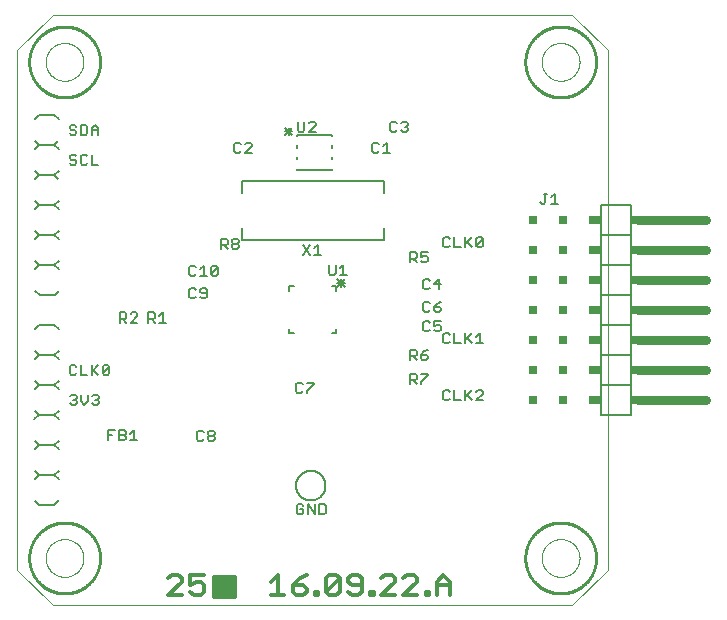
<source format=gto>
G75*
%MOIN*%
%OFA0B0*%
%FSLAX25Y25*%
%IPPOS*%
%LPD*%
%AMOC8*
5,1,8,0,0,1.08239X$1,22.5*
%
%ADD10C,0.01200*%
%ADD11C,0.01600*%
%ADD12C,0.00600*%
%ADD13C,0.00500*%
%ADD14C,0.00800*%
%ADD15C,0.00000*%
%ADD16C,0.01000*%
%ADD17C,0.03000*%
%ADD18R,0.02000X0.03000*%
%ADD19R,0.04000X0.03000*%
%ADD20R,0.03000X0.03000*%
D10*
X0066300Y0024300D02*
X0070837Y0028837D01*
X0070837Y0029972D01*
X0069703Y0031106D01*
X0067434Y0031106D01*
X0066300Y0029972D01*
X0066300Y0024300D02*
X0070837Y0024300D01*
X0073666Y0025434D02*
X0074801Y0024300D01*
X0077069Y0024300D01*
X0078203Y0025434D01*
X0078203Y0027703D01*
X0077069Y0028837D01*
X0075935Y0028837D01*
X0073666Y0027703D01*
X0073666Y0031106D01*
X0078203Y0031106D01*
X0100493Y0028837D02*
X0102762Y0031106D01*
X0102762Y0024300D01*
X0105030Y0024300D02*
X0100493Y0024300D01*
X0107860Y0025434D02*
X0108994Y0024300D01*
X0111262Y0024300D01*
X0112397Y0025434D01*
X0112397Y0026569D01*
X0111262Y0027703D01*
X0107860Y0027703D01*
X0107860Y0025434D01*
X0107860Y0027703D02*
X0110128Y0029972D01*
X0112397Y0031106D01*
X0118909Y0029972D02*
X0120043Y0031106D01*
X0122312Y0031106D01*
X0123446Y0029972D01*
X0118909Y0025434D01*
X0120043Y0024300D01*
X0122312Y0024300D01*
X0123446Y0025434D01*
X0123446Y0029972D01*
X0126275Y0029972D02*
X0126275Y0028837D01*
X0127410Y0027703D01*
X0130812Y0027703D01*
X0130812Y0025434D02*
X0130812Y0029972D01*
X0129678Y0031106D01*
X0127410Y0031106D01*
X0126275Y0029972D01*
X0126275Y0025434D02*
X0127410Y0024300D01*
X0129678Y0024300D01*
X0130812Y0025434D01*
X0133642Y0025434D02*
X0134776Y0025434D01*
X0134776Y0024300D01*
X0133642Y0024300D01*
X0133642Y0025434D01*
X0137325Y0024300D02*
X0141862Y0028837D01*
X0141862Y0029972D01*
X0140728Y0031106D01*
X0138459Y0031106D01*
X0137325Y0029972D01*
X0137325Y0024300D02*
X0141862Y0024300D01*
X0144691Y0024300D02*
X0149228Y0028837D01*
X0149228Y0029972D01*
X0148094Y0031106D01*
X0145825Y0031106D01*
X0144691Y0029972D01*
X0144691Y0024300D02*
X0149228Y0024300D01*
X0152057Y0024300D02*
X0153192Y0024300D01*
X0153192Y0025434D01*
X0152057Y0025434D01*
X0152057Y0024300D01*
X0155740Y0024300D02*
X0155740Y0028837D01*
X0158009Y0031106D01*
X0160278Y0028837D01*
X0160278Y0024300D01*
X0160278Y0027703D02*
X0155740Y0027703D01*
X0118909Y0025434D02*
X0118909Y0029972D01*
X0116360Y0025434D02*
X0116360Y0024300D01*
X0115226Y0024300D01*
X0115226Y0025434D01*
X0116360Y0025434D01*
D11*
X0088100Y0025796D02*
X0081500Y0025796D01*
X0081500Y0027394D02*
X0088100Y0027394D01*
X0088100Y0028993D02*
X0081500Y0028993D01*
X0081500Y0030400D02*
X0088100Y0030400D01*
X0088100Y0024000D01*
X0081500Y0024000D01*
X0081500Y0030400D01*
X0081500Y0024197D02*
X0088100Y0024197D01*
D12*
X0109684Y0051253D02*
X0110818Y0051253D01*
X0111385Y0051820D01*
X0111385Y0052954D01*
X0110251Y0052954D01*
X0109117Y0051820D02*
X0109117Y0054089D01*
X0109684Y0054656D01*
X0110818Y0054656D01*
X0111385Y0054089D01*
X0112800Y0054656D02*
X0112800Y0051253D01*
X0115068Y0051253D02*
X0115068Y0054656D01*
X0116483Y0054656D02*
X0118184Y0054656D01*
X0118751Y0054089D01*
X0118751Y0051820D01*
X0118184Y0051253D01*
X0116483Y0051253D01*
X0116483Y0054656D01*
X0112800Y0054656D02*
X0115068Y0051253D01*
X0109684Y0051253D02*
X0109117Y0051820D01*
X0108879Y0060900D02*
X0108881Y0061040D01*
X0108887Y0061180D01*
X0108897Y0061319D01*
X0108911Y0061458D01*
X0108929Y0061597D01*
X0108950Y0061735D01*
X0108976Y0061873D01*
X0109006Y0062010D01*
X0109039Y0062145D01*
X0109077Y0062280D01*
X0109118Y0062414D01*
X0109163Y0062547D01*
X0109211Y0062678D01*
X0109264Y0062807D01*
X0109320Y0062936D01*
X0109379Y0063062D01*
X0109443Y0063187D01*
X0109509Y0063310D01*
X0109580Y0063431D01*
X0109653Y0063550D01*
X0109730Y0063667D01*
X0109811Y0063781D01*
X0109894Y0063893D01*
X0109981Y0064003D01*
X0110071Y0064111D01*
X0110163Y0064215D01*
X0110259Y0064317D01*
X0110358Y0064417D01*
X0110459Y0064513D01*
X0110563Y0064607D01*
X0110670Y0064697D01*
X0110779Y0064784D01*
X0110891Y0064869D01*
X0111005Y0064950D01*
X0111121Y0065028D01*
X0111239Y0065102D01*
X0111360Y0065173D01*
X0111482Y0065241D01*
X0111607Y0065305D01*
X0111733Y0065366D01*
X0111860Y0065423D01*
X0111990Y0065476D01*
X0112121Y0065526D01*
X0112253Y0065571D01*
X0112386Y0065614D01*
X0112521Y0065652D01*
X0112656Y0065686D01*
X0112793Y0065717D01*
X0112930Y0065744D01*
X0113068Y0065766D01*
X0113207Y0065785D01*
X0113346Y0065800D01*
X0113485Y0065811D01*
X0113625Y0065818D01*
X0113765Y0065821D01*
X0113905Y0065820D01*
X0114045Y0065815D01*
X0114184Y0065806D01*
X0114324Y0065793D01*
X0114463Y0065776D01*
X0114601Y0065755D01*
X0114739Y0065731D01*
X0114876Y0065702D01*
X0115012Y0065670D01*
X0115147Y0065633D01*
X0115281Y0065593D01*
X0115414Y0065549D01*
X0115545Y0065501D01*
X0115675Y0065450D01*
X0115804Y0065395D01*
X0115931Y0065336D01*
X0116056Y0065273D01*
X0116179Y0065208D01*
X0116301Y0065138D01*
X0116420Y0065065D01*
X0116538Y0064989D01*
X0116653Y0064910D01*
X0116766Y0064827D01*
X0116876Y0064741D01*
X0116984Y0064652D01*
X0117089Y0064560D01*
X0117192Y0064465D01*
X0117292Y0064367D01*
X0117389Y0064267D01*
X0117483Y0064163D01*
X0117575Y0064057D01*
X0117663Y0063949D01*
X0117748Y0063838D01*
X0117830Y0063724D01*
X0117909Y0063608D01*
X0117984Y0063491D01*
X0118056Y0063371D01*
X0118124Y0063249D01*
X0118189Y0063125D01*
X0118251Y0062999D01*
X0118309Y0062872D01*
X0118363Y0062743D01*
X0118414Y0062612D01*
X0118460Y0062480D01*
X0118503Y0062347D01*
X0118543Y0062213D01*
X0118578Y0062078D01*
X0118610Y0061941D01*
X0118637Y0061804D01*
X0118661Y0061666D01*
X0118681Y0061528D01*
X0118697Y0061389D01*
X0118709Y0061249D01*
X0118717Y0061110D01*
X0118721Y0060970D01*
X0118721Y0060830D01*
X0118717Y0060690D01*
X0118709Y0060551D01*
X0118697Y0060411D01*
X0118681Y0060272D01*
X0118661Y0060134D01*
X0118637Y0059996D01*
X0118610Y0059859D01*
X0118578Y0059722D01*
X0118543Y0059587D01*
X0118503Y0059453D01*
X0118460Y0059320D01*
X0118414Y0059188D01*
X0118363Y0059057D01*
X0118309Y0058928D01*
X0118251Y0058801D01*
X0118189Y0058675D01*
X0118124Y0058551D01*
X0118056Y0058429D01*
X0117984Y0058309D01*
X0117909Y0058192D01*
X0117830Y0058076D01*
X0117748Y0057962D01*
X0117663Y0057851D01*
X0117575Y0057743D01*
X0117483Y0057637D01*
X0117389Y0057533D01*
X0117292Y0057433D01*
X0117192Y0057335D01*
X0117089Y0057240D01*
X0116984Y0057148D01*
X0116876Y0057059D01*
X0116766Y0056973D01*
X0116653Y0056890D01*
X0116538Y0056811D01*
X0116420Y0056735D01*
X0116301Y0056662D01*
X0116179Y0056592D01*
X0116056Y0056527D01*
X0115931Y0056464D01*
X0115804Y0056405D01*
X0115675Y0056350D01*
X0115545Y0056299D01*
X0115414Y0056251D01*
X0115281Y0056207D01*
X0115147Y0056167D01*
X0115012Y0056130D01*
X0114876Y0056098D01*
X0114739Y0056069D01*
X0114601Y0056045D01*
X0114463Y0056024D01*
X0114324Y0056007D01*
X0114184Y0055994D01*
X0114045Y0055985D01*
X0113905Y0055980D01*
X0113765Y0055979D01*
X0113625Y0055982D01*
X0113485Y0055989D01*
X0113346Y0056000D01*
X0113207Y0056015D01*
X0113068Y0056034D01*
X0112930Y0056056D01*
X0112793Y0056083D01*
X0112656Y0056114D01*
X0112521Y0056148D01*
X0112386Y0056186D01*
X0112253Y0056229D01*
X0112121Y0056274D01*
X0111990Y0056324D01*
X0111860Y0056377D01*
X0111733Y0056434D01*
X0111607Y0056495D01*
X0111482Y0056559D01*
X0111360Y0056627D01*
X0111239Y0056698D01*
X0111121Y0056772D01*
X0111005Y0056850D01*
X0110891Y0056931D01*
X0110779Y0057016D01*
X0110670Y0057103D01*
X0110563Y0057193D01*
X0110459Y0057287D01*
X0110358Y0057383D01*
X0110259Y0057483D01*
X0110163Y0057585D01*
X0110071Y0057689D01*
X0109981Y0057797D01*
X0109894Y0057907D01*
X0109811Y0058019D01*
X0109730Y0058133D01*
X0109653Y0058250D01*
X0109580Y0058369D01*
X0109509Y0058490D01*
X0109443Y0058613D01*
X0109379Y0058738D01*
X0109320Y0058864D01*
X0109264Y0058993D01*
X0109211Y0059122D01*
X0109163Y0059253D01*
X0109118Y0059386D01*
X0109077Y0059520D01*
X0109039Y0059655D01*
X0109006Y0059790D01*
X0108976Y0059927D01*
X0108950Y0060065D01*
X0108929Y0060203D01*
X0108911Y0060342D01*
X0108897Y0060481D01*
X0108887Y0060620D01*
X0108881Y0060760D01*
X0108879Y0060900D01*
X0081752Y0076367D02*
X0081185Y0075800D01*
X0080050Y0075800D01*
X0079483Y0076367D01*
X0079483Y0076934D01*
X0080050Y0077501D01*
X0081185Y0077501D01*
X0081752Y0076934D01*
X0081752Y0076367D01*
X0081185Y0077501D02*
X0081752Y0078069D01*
X0081752Y0078636D01*
X0081185Y0079203D01*
X0080050Y0079203D01*
X0079483Y0078636D01*
X0079483Y0078069D01*
X0080050Y0077501D01*
X0078069Y0076367D02*
X0077501Y0075800D01*
X0076367Y0075800D01*
X0075800Y0076367D01*
X0075800Y0078636D01*
X0076367Y0079203D01*
X0077501Y0079203D01*
X0078069Y0078636D01*
X0055951Y0075953D02*
X0053683Y0075953D01*
X0054817Y0075953D02*
X0054817Y0079356D01*
X0053683Y0078221D01*
X0052268Y0078221D02*
X0051701Y0077654D01*
X0050000Y0077654D01*
X0051701Y0077654D02*
X0052268Y0077087D01*
X0052268Y0076520D01*
X0051701Y0075953D01*
X0050000Y0075953D01*
X0050000Y0079356D01*
X0051701Y0079356D01*
X0052268Y0078789D01*
X0052268Y0078221D01*
X0048585Y0079356D02*
X0046317Y0079356D01*
X0046317Y0075953D01*
X0046317Y0077654D02*
X0047451Y0077654D01*
X0042568Y0087800D02*
X0041433Y0087800D01*
X0040866Y0088367D01*
X0039452Y0088934D02*
X0039452Y0091203D01*
X0040866Y0090636D02*
X0041433Y0091203D01*
X0042568Y0091203D01*
X0043135Y0090636D01*
X0043135Y0090069D01*
X0042568Y0089501D01*
X0043135Y0088934D01*
X0043135Y0088367D01*
X0042568Y0087800D01*
X0042568Y0089501D02*
X0042001Y0089501D01*
X0039452Y0088934D02*
X0038317Y0087800D01*
X0037183Y0088934D01*
X0037183Y0091203D01*
X0035769Y0090636D02*
X0035769Y0090069D01*
X0035201Y0089501D01*
X0035769Y0088934D01*
X0035769Y0088367D01*
X0035201Y0087800D01*
X0034067Y0087800D01*
X0033500Y0088367D01*
X0034634Y0089501D02*
X0035201Y0089501D01*
X0035769Y0090636D02*
X0035201Y0091203D01*
X0034067Y0091203D01*
X0033500Y0090636D01*
X0029843Y0093025D02*
X0028343Y0094425D01*
X0029843Y0095825D01*
X0028343Y0094425D02*
X0023343Y0094425D01*
X0021743Y0095825D01*
X0023343Y0094425D02*
X0021743Y0093025D01*
X0021943Y0085825D02*
X0023343Y0084425D01*
X0028343Y0084425D01*
X0029843Y0085825D01*
X0028343Y0084425D02*
X0029843Y0083025D01*
X0023343Y0084425D02*
X0021643Y0083025D01*
X0021843Y0075825D02*
X0023343Y0074425D01*
X0028343Y0074425D01*
X0029843Y0073025D01*
X0028343Y0074425D02*
X0029943Y0075825D01*
X0023343Y0074425D02*
X0021843Y0073025D01*
X0021943Y0065825D02*
X0023343Y0064425D01*
X0028343Y0064425D01*
X0029843Y0065825D01*
X0028343Y0064425D02*
X0029843Y0063025D01*
X0023343Y0064425D02*
X0021843Y0063025D01*
X0021843Y0055825D02*
X0023343Y0054425D01*
X0028343Y0054425D01*
X0030043Y0055925D01*
X0033967Y0097700D02*
X0035101Y0097700D01*
X0035669Y0098267D01*
X0037083Y0097700D02*
X0039352Y0097700D01*
X0040766Y0097700D02*
X0040766Y0101103D01*
X0041333Y0099401D02*
X0043035Y0097700D01*
X0044449Y0098267D02*
X0046718Y0100536D01*
X0046718Y0098267D01*
X0046151Y0097700D01*
X0045017Y0097700D01*
X0044449Y0098267D01*
X0044449Y0100536D01*
X0045017Y0101103D01*
X0046151Y0101103D01*
X0046718Y0100536D01*
X0043035Y0101103D02*
X0040766Y0098834D01*
X0037083Y0097700D02*
X0037083Y0101103D01*
X0035669Y0100536D02*
X0035101Y0101103D01*
X0033967Y0101103D01*
X0033400Y0100536D01*
X0033400Y0098267D01*
X0033967Y0097700D01*
X0029843Y0103025D02*
X0028343Y0104425D01*
X0023343Y0104425D01*
X0021743Y0103025D01*
X0023343Y0104425D02*
X0021843Y0105825D01*
X0028343Y0104425D02*
X0029843Y0105825D01*
X0029743Y0113025D02*
X0028343Y0114425D01*
X0023343Y0114425D01*
X0021843Y0113025D01*
X0023425Y0124425D02*
X0028425Y0124425D01*
X0029743Y0125825D01*
X0023425Y0124425D02*
X0021843Y0125825D01*
X0021843Y0133025D02*
X0023343Y0134425D01*
X0022043Y0135725D01*
X0023343Y0134425D02*
X0028343Y0134425D01*
X0029743Y0135825D01*
X0028343Y0134425D02*
X0029743Y0133025D01*
X0029743Y0143025D02*
X0028343Y0144425D01*
X0023343Y0144425D01*
X0021843Y0143025D01*
X0023343Y0144425D02*
X0021943Y0145825D01*
X0028343Y0144425D02*
X0029743Y0145825D01*
X0029743Y0153025D02*
X0028343Y0154425D01*
X0029743Y0155825D01*
X0028343Y0154425D02*
X0023343Y0154425D01*
X0022043Y0155725D01*
X0023343Y0154425D02*
X0021843Y0153025D01*
X0022043Y0163125D02*
X0023343Y0164425D01*
X0021943Y0165825D01*
X0023343Y0164425D02*
X0028343Y0164425D01*
X0029743Y0165825D01*
X0028343Y0164425D02*
X0029643Y0163125D01*
X0033967Y0167800D02*
X0033400Y0168367D01*
X0033967Y0167800D02*
X0035101Y0167800D01*
X0035669Y0168367D01*
X0035669Y0168934D01*
X0035101Y0169501D01*
X0033967Y0169501D01*
X0033400Y0170069D01*
X0033400Y0170636D01*
X0033967Y0171203D01*
X0035101Y0171203D01*
X0035669Y0170636D01*
X0037083Y0170636D02*
X0037083Y0168367D01*
X0037650Y0167800D01*
X0038785Y0167800D01*
X0039352Y0168367D01*
X0040766Y0167800D02*
X0040766Y0171203D01*
X0039352Y0170636D02*
X0038785Y0171203D01*
X0037650Y0171203D01*
X0037083Y0170636D01*
X0040766Y0167800D02*
X0043035Y0167800D01*
X0043035Y0177700D02*
X0043035Y0179969D01*
X0041901Y0181103D01*
X0040766Y0179969D01*
X0040766Y0177700D01*
X0039352Y0178267D02*
X0039352Y0180536D01*
X0038785Y0181103D01*
X0037083Y0181103D01*
X0037083Y0177700D01*
X0038785Y0177700D01*
X0039352Y0178267D01*
X0040766Y0179401D02*
X0043035Y0179401D01*
X0035669Y0178834D02*
X0035669Y0178267D01*
X0035101Y0177700D01*
X0033967Y0177700D01*
X0033400Y0178267D01*
X0033967Y0179401D02*
X0035101Y0179401D01*
X0035669Y0178834D01*
X0035669Y0180536D02*
X0035101Y0181103D01*
X0033967Y0181103D01*
X0033400Y0180536D01*
X0033400Y0179969D01*
X0033967Y0179401D01*
X0029743Y0183025D02*
X0028343Y0184425D01*
X0023343Y0184425D01*
X0021843Y0183025D01*
X0021843Y0175825D02*
X0023343Y0174425D01*
X0028343Y0174425D01*
X0029643Y0175725D01*
X0028343Y0174425D02*
X0029743Y0173025D01*
X0023343Y0174425D02*
X0021943Y0173125D01*
X0073300Y0133636D02*
X0073300Y0131367D01*
X0073867Y0130800D01*
X0075001Y0130800D01*
X0075569Y0131367D01*
X0076983Y0130800D02*
X0079252Y0130800D01*
X0078117Y0130800D02*
X0078117Y0134203D01*
X0076983Y0133069D01*
X0075569Y0133636D02*
X0075001Y0134203D01*
X0073867Y0134203D01*
X0073300Y0133636D01*
X0073867Y0126703D02*
X0073300Y0126136D01*
X0073300Y0123867D01*
X0073867Y0123300D01*
X0075001Y0123300D01*
X0075569Y0123867D01*
X0076983Y0123867D02*
X0077550Y0123300D01*
X0078685Y0123300D01*
X0079252Y0123867D01*
X0079252Y0126136D01*
X0078685Y0126703D01*
X0077550Y0126703D01*
X0076983Y0126136D01*
X0076983Y0125569D01*
X0077550Y0125001D01*
X0079252Y0125001D01*
X0075569Y0126136D02*
X0075001Y0126703D01*
X0073867Y0126703D01*
X0080666Y0131367D02*
X0080666Y0133636D01*
X0081233Y0134203D01*
X0082368Y0134203D01*
X0082935Y0133636D01*
X0080666Y0131367D01*
X0081233Y0130800D01*
X0082368Y0130800D01*
X0082935Y0131367D01*
X0082935Y0133636D01*
X0083800Y0139800D02*
X0083800Y0143203D01*
X0085501Y0143203D01*
X0086069Y0142636D01*
X0086069Y0141501D01*
X0085501Y0140934D01*
X0083800Y0140934D01*
X0084934Y0140934D02*
X0086069Y0139800D01*
X0087483Y0140367D02*
X0087483Y0140934D01*
X0088050Y0141501D01*
X0089185Y0141501D01*
X0089752Y0140934D01*
X0089752Y0140367D01*
X0089185Y0139800D01*
X0088050Y0139800D01*
X0087483Y0140367D01*
X0088050Y0141501D02*
X0087483Y0142069D01*
X0087483Y0142636D01*
X0088050Y0143203D01*
X0089185Y0143203D01*
X0089752Y0142636D01*
X0089752Y0142069D01*
X0089185Y0141501D01*
X0090878Y0142657D02*
X0090878Y0146594D01*
X0090878Y0142657D02*
X0138122Y0142657D01*
X0138122Y0146594D01*
X0146800Y0138703D02*
X0148501Y0138703D01*
X0149069Y0138136D01*
X0149069Y0137001D01*
X0148501Y0136434D01*
X0146800Y0136434D01*
X0146800Y0135300D02*
X0146800Y0138703D01*
X0147934Y0136434D02*
X0149069Y0135300D01*
X0150483Y0135867D02*
X0151050Y0135300D01*
X0152185Y0135300D01*
X0152752Y0135867D01*
X0152752Y0137001D01*
X0152185Y0137569D01*
X0151617Y0137569D01*
X0150483Y0137001D01*
X0150483Y0138703D01*
X0152752Y0138703D01*
X0157900Y0140867D02*
X0157900Y0143136D01*
X0158467Y0143703D01*
X0159601Y0143703D01*
X0160169Y0143136D01*
X0161583Y0143703D02*
X0161583Y0140300D01*
X0163852Y0140300D01*
X0165266Y0140300D02*
X0165266Y0143703D01*
X0165833Y0142001D02*
X0167535Y0140300D01*
X0168949Y0140867D02*
X0168949Y0143136D01*
X0169517Y0143703D01*
X0170651Y0143703D01*
X0171218Y0143136D01*
X0168949Y0140867D01*
X0169517Y0140300D01*
X0170651Y0140300D01*
X0171218Y0140867D01*
X0171218Y0143136D01*
X0167535Y0143703D02*
X0165266Y0141434D01*
X0160169Y0140867D02*
X0159601Y0140300D01*
X0158467Y0140300D01*
X0157900Y0140867D01*
X0156685Y0129703D02*
X0154983Y0128001D01*
X0157252Y0128001D01*
X0156685Y0126300D02*
X0156685Y0129703D01*
X0153569Y0129136D02*
X0153001Y0129703D01*
X0151867Y0129703D01*
X0151300Y0129136D01*
X0151300Y0126867D01*
X0151867Y0126300D01*
X0153001Y0126300D01*
X0153569Y0126867D01*
X0153001Y0122203D02*
X0151867Y0122203D01*
X0151300Y0121636D01*
X0151300Y0119367D01*
X0151867Y0118800D01*
X0153001Y0118800D01*
X0153569Y0119367D01*
X0154983Y0119367D02*
X0154983Y0120501D01*
X0156685Y0120501D01*
X0157252Y0119934D01*
X0157252Y0119367D01*
X0156685Y0118800D01*
X0155550Y0118800D01*
X0154983Y0119367D01*
X0154983Y0120501D02*
X0156117Y0121636D01*
X0157252Y0122203D01*
X0153569Y0121636D02*
X0153001Y0122203D01*
X0153001Y0115703D02*
X0151867Y0115703D01*
X0151300Y0115136D01*
X0151300Y0112867D01*
X0151867Y0112300D01*
X0153001Y0112300D01*
X0153569Y0112867D01*
X0154983Y0112867D02*
X0155550Y0112300D01*
X0156685Y0112300D01*
X0157252Y0112867D01*
X0157252Y0114001D01*
X0156685Y0114569D01*
X0156117Y0114569D01*
X0154983Y0114001D01*
X0154983Y0115703D01*
X0157252Y0115703D01*
X0153569Y0115136D02*
X0153001Y0115703D01*
X0157900Y0111136D02*
X0157900Y0108867D01*
X0158467Y0108300D01*
X0159601Y0108300D01*
X0160169Y0108867D01*
X0161583Y0108300D02*
X0163852Y0108300D01*
X0165266Y0108300D02*
X0165266Y0111703D01*
X0165833Y0110001D02*
X0167535Y0108300D01*
X0168949Y0108300D02*
X0171218Y0108300D01*
X0170084Y0108300D02*
X0170084Y0111703D01*
X0168949Y0110569D01*
X0167535Y0111703D02*
X0165266Y0109434D01*
X0161583Y0108300D02*
X0161583Y0111703D01*
X0160169Y0111136D02*
X0159601Y0111703D01*
X0158467Y0111703D01*
X0157900Y0111136D01*
X0152752Y0106203D02*
X0151617Y0105636D01*
X0150483Y0104501D01*
X0152185Y0104501D01*
X0152752Y0103934D01*
X0152752Y0103367D01*
X0152185Y0102800D01*
X0151050Y0102800D01*
X0150483Y0103367D01*
X0150483Y0104501D01*
X0149069Y0104501D02*
X0148501Y0103934D01*
X0146800Y0103934D01*
X0146800Y0102800D02*
X0146800Y0106203D01*
X0148501Y0106203D01*
X0149069Y0105636D01*
X0149069Y0104501D01*
X0147934Y0103934D02*
X0149069Y0102800D01*
X0148501Y0098203D02*
X0149069Y0097636D01*
X0149069Y0096501D01*
X0148501Y0095934D01*
X0146800Y0095934D01*
X0146800Y0094800D02*
X0146800Y0098203D01*
X0148501Y0098203D01*
X0150483Y0098203D02*
X0152752Y0098203D01*
X0152752Y0097636D01*
X0150483Y0095367D01*
X0150483Y0094800D01*
X0149069Y0094800D02*
X0147934Y0095934D01*
X0157900Y0092136D02*
X0157900Y0089867D01*
X0158467Y0089300D01*
X0159601Y0089300D01*
X0160169Y0089867D01*
X0161583Y0089300D02*
X0163852Y0089300D01*
X0165266Y0089300D02*
X0165266Y0092703D01*
X0165833Y0091001D02*
X0167535Y0089300D01*
X0168949Y0089300D02*
X0171218Y0091569D01*
X0171218Y0092136D01*
X0170651Y0092703D01*
X0169517Y0092703D01*
X0168949Y0092136D01*
X0167535Y0092703D02*
X0165266Y0090434D01*
X0161583Y0089300D02*
X0161583Y0092703D01*
X0160169Y0092136D02*
X0159601Y0092703D01*
X0158467Y0092703D01*
X0157900Y0092136D01*
X0168949Y0089300D02*
X0171218Y0089300D01*
X0210469Y0084425D02*
X0220469Y0084425D01*
X0220469Y0094425D01*
X0220469Y0104425D01*
X0220469Y0114425D01*
X0220469Y0124425D01*
X0220469Y0134425D01*
X0220469Y0144425D01*
X0220469Y0154425D01*
X0210469Y0154425D01*
X0210469Y0144425D01*
X0210469Y0134425D01*
X0210469Y0124425D01*
X0210469Y0114425D01*
X0210469Y0104425D01*
X0210469Y0094425D01*
X0210469Y0084425D01*
X0210469Y0094425D02*
X0220469Y0094425D01*
X0220469Y0104425D02*
X0210469Y0104425D01*
X0210469Y0114425D02*
X0220469Y0114425D01*
X0220469Y0124425D02*
X0210469Y0124425D01*
X0210469Y0134425D02*
X0220469Y0134425D01*
X0220469Y0144425D02*
X0210469Y0144425D01*
X0196220Y0154725D02*
X0193952Y0154725D01*
X0195086Y0154725D02*
X0195086Y0158128D01*
X0193952Y0156994D01*
X0192537Y0158128D02*
X0191403Y0158128D01*
X0191970Y0158128D02*
X0191970Y0155292D01*
X0191403Y0154725D01*
X0190836Y0154725D01*
X0190269Y0155292D01*
X0146252Y0179367D02*
X0145685Y0178800D01*
X0144550Y0178800D01*
X0143983Y0179367D01*
X0142569Y0179367D02*
X0142001Y0178800D01*
X0140867Y0178800D01*
X0140300Y0179367D01*
X0140300Y0181636D01*
X0140867Y0182203D01*
X0142001Y0182203D01*
X0142569Y0181636D01*
X0143983Y0181636D02*
X0144550Y0182203D01*
X0145685Y0182203D01*
X0146252Y0181636D01*
X0146252Y0181069D01*
X0145685Y0180501D01*
X0146252Y0179934D01*
X0146252Y0179367D01*
X0145685Y0180501D02*
X0145117Y0180501D01*
X0139117Y0175203D02*
X0139117Y0171800D01*
X0137983Y0171800D02*
X0140252Y0171800D01*
X0137983Y0174069D02*
X0139117Y0175203D01*
X0136569Y0174636D02*
X0136001Y0175203D01*
X0134867Y0175203D01*
X0134300Y0174636D01*
X0134300Y0172367D01*
X0134867Y0171800D01*
X0136001Y0171800D01*
X0136569Y0172367D01*
X0138122Y0162343D02*
X0138122Y0158406D01*
X0138122Y0162343D02*
X0090878Y0162343D01*
X0090878Y0158406D01*
X0090001Y0171800D02*
X0088867Y0171800D01*
X0088300Y0172367D01*
X0088300Y0174636D01*
X0088867Y0175203D01*
X0090001Y0175203D01*
X0090569Y0174636D01*
X0091983Y0174636D02*
X0092550Y0175203D01*
X0093685Y0175203D01*
X0094252Y0174636D01*
X0094252Y0174069D01*
X0091983Y0171800D01*
X0094252Y0171800D01*
X0090569Y0172367D02*
X0090001Y0171800D01*
X0105261Y0177867D02*
X0107529Y0180136D01*
X0106395Y0180136D02*
X0106395Y0177867D01*
X0107529Y0177867D02*
X0105261Y0180136D01*
X0105261Y0179001D02*
X0107529Y0179001D01*
X0109442Y0179344D02*
X0110009Y0178776D01*
X0111143Y0178776D01*
X0111710Y0179344D01*
X0111710Y0182179D01*
X0113125Y0181612D02*
X0113692Y0182179D01*
X0114826Y0182179D01*
X0115393Y0181612D01*
X0115393Y0181045D01*
X0113125Y0178776D01*
X0115393Y0178776D01*
X0109442Y0179344D02*
X0109442Y0182179D01*
X0111300Y0141203D02*
X0113569Y0137800D01*
X0114983Y0137800D02*
X0117252Y0137800D01*
X0116117Y0137800D02*
X0116117Y0141203D01*
X0114983Y0140069D01*
X0113569Y0141203D02*
X0111300Y0137800D01*
X0119820Y0134514D02*
X0119820Y0131678D01*
X0120387Y0131111D01*
X0121521Y0131111D01*
X0122088Y0131678D01*
X0122088Y0134514D01*
X0123503Y0133380D02*
X0124637Y0134514D01*
X0124637Y0131111D01*
X0123503Y0131111D02*
X0125771Y0131111D01*
X0114752Y0095203D02*
X0112483Y0095203D01*
X0111069Y0094636D02*
X0110501Y0095203D01*
X0109367Y0095203D01*
X0108800Y0094636D01*
X0108800Y0092367D01*
X0109367Y0091800D01*
X0110501Y0091800D01*
X0111069Y0092367D01*
X0112483Y0092367D02*
X0112483Y0091800D01*
X0112483Y0092367D02*
X0114752Y0094636D01*
X0114752Y0095203D01*
X0065552Y0115200D02*
X0063283Y0115200D01*
X0064417Y0115200D02*
X0064417Y0118603D01*
X0063283Y0117469D01*
X0061869Y0118036D02*
X0061869Y0116901D01*
X0061301Y0116334D01*
X0059600Y0116334D01*
X0059600Y0115200D02*
X0059600Y0118603D01*
X0061301Y0118603D01*
X0061869Y0118036D01*
X0060734Y0116334D02*
X0061869Y0115200D01*
X0056052Y0115200D02*
X0053783Y0115200D01*
X0056052Y0117469D01*
X0056052Y0118036D01*
X0055485Y0118603D01*
X0054350Y0118603D01*
X0053783Y0118036D01*
X0052369Y0118036D02*
X0052369Y0116901D01*
X0051801Y0116334D01*
X0050100Y0116334D01*
X0050100Y0115200D02*
X0050100Y0118603D01*
X0051801Y0118603D01*
X0052369Y0118036D01*
X0051234Y0116334D02*
X0052369Y0115200D01*
D13*
X0106626Y0113201D02*
X0106626Y0111626D01*
X0108201Y0111626D01*
X0120799Y0111626D02*
X0122374Y0111626D01*
X0122374Y0113201D01*
X0122374Y0125799D02*
X0122374Y0127374D01*
X0120799Y0127374D01*
X0108201Y0127374D02*
X0106626Y0127374D01*
X0106626Y0125799D01*
X0109094Y0166094D02*
X0120906Y0166094D01*
X0120906Y0166488D01*
X0120906Y0169638D02*
X0120906Y0170425D01*
X0120906Y0173575D02*
X0120906Y0174362D01*
X0120906Y0177512D02*
X0120906Y0177906D01*
X0109094Y0177906D01*
X0109094Y0177512D01*
X0109094Y0174362D02*
X0109094Y0173575D01*
X0109094Y0170425D02*
X0109094Y0169638D01*
X0109094Y0166488D02*
X0109094Y0166094D01*
D14*
X0122501Y0129820D02*
X0125303Y0127018D01*
X0123902Y0127018D02*
X0123902Y0129820D01*
X0125303Y0129820D02*
X0122501Y0127018D01*
X0122501Y0128419D02*
X0125303Y0128419D01*
D15*
X0027811Y0021000D02*
X0016000Y0032811D01*
X0016000Y0206039D01*
X0027811Y0217850D01*
X0201039Y0217850D01*
X0212850Y0206039D01*
X0212850Y0032811D01*
X0201039Y0021000D01*
X0027811Y0021000D01*
X0025449Y0036748D02*
X0025451Y0036906D01*
X0025457Y0037064D01*
X0025467Y0037222D01*
X0025481Y0037380D01*
X0025499Y0037537D01*
X0025520Y0037694D01*
X0025546Y0037850D01*
X0025576Y0038006D01*
X0025609Y0038161D01*
X0025647Y0038314D01*
X0025688Y0038467D01*
X0025733Y0038619D01*
X0025782Y0038770D01*
X0025835Y0038919D01*
X0025891Y0039067D01*
X0025951Y0039213D01*
X0026015Y0039358D01*
X0026083Y0039501D01*
X0026154Y0039643D01*
X0026228Y0039783D01*
X0026306Y0039920D01*
X0026388Y0040056D01*
X0026472Y0040190D01*
X0026561Y0040321D01*
X0026652Y0040450D01*
X0026747Y0040577D01*
X0026844Y0040702D01*
X0026945Y0040824D01*
X0027049Y0040943D01*
X0027156Y0041060D01*
X0027266Y0041174D01*
X0027379Y0041285D01*
X0027494Y0041394D01*
X0027612Y0041499D01*
X0027733Y0041601D01*
X0027856Y0041701D01*
X0027982Y0041797D01*
X0028110Y0041890D01*
X0028240Y0041980D01*
X0028373Y0042066D01*
X0028508Y0042150D01*
X0028644Y0042229D01*
X0028783Y0042306D01*
X0028924Y0042378D01*
X0029066Y0042448D01*
X0029210Y0042513D01*
X0029356Y0042575D01*
X0029503Y0042633D01*
X0029652Y0042688D01*
X0029802Y0042739D01*
X0029953Y0042786D01*
X0030105Y0042829D01*
X0030258Y0042868D01*
X0030413Y0042904D01*
X0030568Y0042935D01*
X0030724Y0042963D01*
X0030880Y0042987D01*
X0031037Y0043007D01*
X0031195Y0043023D01*
X0031352Y0043035D01*
X0031511Y0043043D01*
X0031669Y0043047D01*
X0031827Y0043047D01*
X0031985Y0043043D01*
X0032144Y0043035D01*
X0032301Y0043023D01*
X0032459Y0043007D01*
X0032616Y0042987D01*
X0032772Y0042963D01*
X0032928Y0042935D01*
X0033083Y0042904D01*
X0033238Y0042868D01*
X0033391Y0042829D01*
X0033543Y0042786D01*
X0033694Y0042739D01*
X0033844Y0042688D01*
X0033993Y0042633D01*
X0034140Y0042575D01*
X0034286Y0042513D01*
X0034430Y0042448D01*
X0034572Y0042378D01*
X0034713Y0042306D01*
X0034852Y0042229D01*
X0034988Y0042150D01*
X0035123Y0042066D01*
X0035256Y0041980D01*
X0035386Y0041890D01*
X0035514Y0041797D01*
X0035640Y0041701D01*
X0035763Y0041601D01*
X0035884Y0041499D01*
X0036002Y0041394D01*
X0036117Y0041285D01*
X0036230Y0041174D01*
X0036340Y0041060D01*
X0036447Y0040943D01*
X0036551Y0040824D01*
X0036652Y0040702D01*
X0036749Y0040577D01*
X0036844Y0040450D01*
X0036935Y0040321D01*
X0037024Y0040190D01*
X0037108Y0040056D01*
X0037190Y0039920D01*
X0037268Y0039783D01*
X0037342Y0039643D01*
X0037413Y0039501D01*
X0037481Y0039358D01*
X0037545Y0039213D01*
X0037605Y0039067D01*
X0037661Y0038919D01*
X0037714Y0038770D01*
X0037763Y0038619D01*
X0037808Y0038467D01*
X0037849Y0038314D01*
X0037887Y0038161D01*
X0037920Y0038006D01*
X0037950Y0037850D01*
X0037976Y0037694D01*
X0037997Y0037537D01*
X0038015Y0037380D01*
X0038029Y0037222D01*
X0038039Y0037064D01*
X0038045Y0036906D01*
X0038047Y0036748D01*
X0038045Y0036590D01*
X0038039Y0036432D01*
X0038029Y0036274D01*
X0038015Y0036116D01*
X0037997Y0035959D01*
X0037976Y0035802D01*
X0037950Y0035646D01*
X0037920Y0035490D01*
X0037887Y0035335D01*
X0037849Y0035182D01*
X0037808Y0035029D01*
X0037763Y0034877D01*
X0037714Y0034726D01*
X0037661Y0034577D01*
X0037605Y0034429D01*
X0037545Y0034283D01*
X0037481Y0034138D01*
X0037413Y0033995D01*
X0037342Y0033853D01*
X0037268Y0033713D01*
X0037190Y0033576D01*
X0037108Y0033440D01*
X0037024Y0033306D01*
X0036935Y0033175D01*
X0036844Y0033046D01*
X0036749Y0032919D01*
X0036652Y0032794D01*
X0036551Y0032672D01*
X0036447Y0032553D01*
X0036340Y0032436D01*
X0036230Y0032322D01*
X0036117Y0032211D01*
X0036002Y0032102D01*
X0035884Y0031997D01*
X0035763Y0031895D01*
X0035640Y0031795D01*
X0035514Y0031699D01*
X0035386Y0031606D01*
X0035256Y0031516D01*
X0035123Y0031430D01*
X0034988Y0031346D01*
X0034852Y0031267D01*
X0034713Y0031190D01*
X0034572Y0031118D01*
X0034430Y0031048D01*
X0034286Y0030983D01*
X0034140Y0030921D01*
X0033993Y0030863D01*
X0033844Y0030808D01*
X0033694Y0030757D01*
X0033543Y0030710D01*
X0033391Y0030667D01*
X0033238Y0030628D01*
X0033083Y0030592D01*
X0032928Y0030561D01*
X0032772Y0030533D01*
X0032616Y0030509D01*
X0032459Y0030489D01*
X0032301Y0030473D01*
X0032144Y0030461D01*
X0031985Y0030453D01*
X0031827Y0030449D01*
X0031669Y0030449D01*
X0031511Y0030453D01*
X0031352Y0030461D01*
X0031195Y0030473D01*
X0031037Y0030489D01*
X0030880Y0030509D01*
X0030724Y0030533D01*
X0030568Y0030561D01*
X0030413Y0030592D01*
X0030258Y0030628D01*
X0030105Y0030667D01*
X0029953Y0030710D01*
X0029802Y0030757D01*
X0029652Y0030808D01*
X0029503Y0030863D01*
X0029356Y0030921D01*
X0029210Y0030983D01*
X0029066Y0031048D01*
X0028924Y0031118D01*
X0028783Y0031190D01*
X0028644Y0031267D01*
X0028508Y0031346D01*
X0028373Y0031430D01*
X0028240Y0031516D01*
X0028110Y0031606D01*
X0027982Y0031699D01*
X0027856Y0031795D01*
X0027733Y0031895D01*
X0027612Y0031997D01*
X0027494Y0032102D01*
X0027379Y0032211D01*
X0027266Y0032322D01*
X0027156Y0032436D01*
X0027049Y0032553D01*
X0026945Y0032672D01*
X0026844Y0032794D01*
X0026747Y0032919D01*
X0026652Y0033046D01*
X0026561Y0033175D01*
X0026472Y0033306D01*
X0026388Y0033440D01*
X0026306Y0033576D01*
X0026228Y0033713D01*
X0026154Y0033853D01*
X0026083Y0033995D01*
X0026015Y0034138D01*
X0025951Y0034283D01*
X0025891Y0034429D01*
X0025835Y0034577D01*
X0025782Y0034726D01*
X0025733Y0034877D01*
X0025688Y0035029D01*
X0025647Y0035182D01*
X0025609Y0035335D01*
X0025576Y0035490D01*
X0025546Y0035646D01*
X0025520Y0035802D01*
X0025499Y0035959D01*
X0025481Y0036116D01*
X0025467Y0036274D01*
X0025457Y0036432D01*
X0025451Y0036590D01*
X0025449Y0036748D01*
X0190803Y0036748D02*
X0190805Y0036906D01*
X0190811Y0037064D01*
X0190821Y0037222D01*
X0190835Y0037380D01*
X0190853Y0037537D01*
X0190874Y0037694D01*
X0190900Y0037850D01*
X0190930Y0038006D01*
X0190963Y0038161D01*
X0191001Y0038314D01*
X0191042Y0038467D01*
X0191087Y0038619D01*
X0191136Y0038770D01*
X0191189Y0038919D01*
X0191245Y0039067D01*
X0191305Y0039213D01*
X0191369Y0039358D01*
X0191437Y0039501D01*
X0191508Y0039643D01*
X0191582Y0039783D01*
X0191660Y0039920D01*
X0191742Y0040056D01*
X0191826Y0040190D01*
X0191915Y0040321D01*
X0192006Y0040450D01*
X0192101Y0040577D01*
X0192198Y0040702D01*
X0192299Y0040824D01*
X0192403Y0040943D01*
X0192510Y0041060D01*
X0192620Y0041174D01*
X0192733Y0041285D01*
X0192848Y0041394D01*
X0192966Y0041499D01*
X0193087Y0041601D01*
X0193210Y0041701D01*
X0193336Y0041797D01*
X0193464Y0041890D01*
X0193594Y0041980D01*
X0193727Y0042066D01*
X0193862Y0042150D01*
X0193998Y0042229D01*
X0194137Y0042306D01*
X0194278Y0042378D01*
X0194420Y0042448D01*
X0194564Y0042513D01*
X0194710Y0042575D01*
X0194857Y0042633D01*
X0195006Y0042688D01*
X0195156Y0042739D01*
X0195307Y0042786D01*
X0195459Y0042829D01*
X0195612Y0042868D01*
X0195767Y0042904D01*
X0195922Y0042935D01*
X0196078Y0042963D01*
X0196234Y0042987D01*
X0196391Y0043007D01*
X0196549Y0043023D01*
X0196706Y0043035D01*
X0196865Y0043043D01*
X0197023Y0043047D01*
X0197181Y0043047D01*
X0197339Y0043043D01*
X0197498Y0043035D01*
X0197655Y0043023D01*
X0197813Y0043007D01*
X0197970Y0042987D01*
X0198126Y0042963D01*
X0198282Y0042935D01*
X0198437Y0042904D01*
X0198592Y0042868D01*
X0198745Y0042829D01*
X0198897Y0042786D01*
X0199048Y0042739D01*
X0199198Y0042688D01*
X0199347Y0042633D01*
X0199494Y0042575D01*
X0199640Y0042513D01*
X0199784Y0042448D01*
X0199926Y0042378D01*
X0200067Y0042306D01*
X0200206Y0042229D01*
X0200342Y0042150D01*
X0200477Y0042066D01*
X0200610Y0041980D01*
X0200740Y0041890D01*
X0200868Y0041797D01*
X0200994Y0041701D01*
X0201117Y0041601D01*
X0201238Y0041499D01*
X0201356Y0041394D01*
X0201471Y0041285D01*
X0201584Y0041174D01*
X0201694Y0041060D01*
X0201801Y0040943D01*
X0201905Y0040824D01*
X0202006Y0040702D01*
X0202103Y0040577D01*
X0202198Y0040450D01*
X0202289Y0040321D01*
X0202378Y0040190D01*
X0202462Y0040056D01*
X0202544Y0039920D01*
X0202622Y0039783D01*
X0202696Y0039643D01*
X0202767Y0039501D01*
X0202835Y0039358D01*
X0202899Y0039213D01*
X0202959Y0039067D01*
X0203015Y0038919D01*
X0203068Y0038770D01*
X0203117Y0038619D01*
X0203162Y0038467D01*
X0203203Y0038314D01*
X0203241Y0038161D01*
X0203274Y0038006D01*
X0203304Y0037850D01*
X0203330Y0037694D01*
X0203351Y0037537D01*
X0203369Y0037380D01*
X0203383Y0037222D01*
X0203393Y0037064D01*
X0203399Y0036906D01*
X0203401Y0036748D01*
X0203399Y0036590D01*
X0203393Y0036432D01*
X0203383Y0036274D01*
X0203369Y0036116D01*
X0203351Y0035959D01*
X0203330Y0035802D01*
X0203304Y0035646D01*
X0203274Y0035490D01*
X0203241Y0035335D01*
X0203203Y0035182D01*
X0203162Y0035029D01*
X0203117Y0034877D01*
X0203068Y0034726D01*
X0203015Y0034577D01*
X0202959Y0034429D01*
X0202899Y0034283D01*
X0202835Y0034138D01*
X0202767Y0033995D01*
X0202696Y0033853D01*
X0202622Y0033713D01*
X0202544Y0033576D01*
X0202462Y0033440D01*
X0202378Y0033306D01*
X0202289Y0033175D01*
X0202198Y0033046D01*
X0202103Y0032919D01*
X0202006Y0032794D01*
X0201905Y0032672D01*
X0201801Y0032553D01*
X0201694Y0032436D01*
X0201584Y0032322D01*
X0201471Y0032211D01*
X0201356Y0032102D01*
X0201238Y0031997D01*
X0201117Y0031895D01*
X0200994Y0031795D01*
X0200868Y0031699D01*
X0200740Y0031606D01*
X0200610Y0031516D01*
X0200477Y0031430D01*
X0200342Y0031346D01*
X0200206Y0031267D01*
X0200067Y0031190D01*
X0199926Y0031118D01*
X0199784Y0031048D01*
X0199640Y0030983D01*
X0199494Y0030921D01*
X0199347Y0030863D01*
X0199198Y0030808D01*
X0199048Y0030757D01*
X0198897Y0030710D01*
X0198745Y0030667D01*
X0198592Y0030628D01*
X0198437Y0030592D01*
X0198282Y0030561D01*
X0198126Y0030533D01*
X0197970Y0030509D01*
X0197813Y0030489D01*
X0197655Y0030473D01*
X0197498Y0030461D01*
X0197339Y0030453D01*
X0197181Y0030449D01*
X0197023Y0030449D01*
X0196865Y0030453D01*
X0196706Y0030461D01*
X0196549Y0030473D01*
X0196391Y0030489D01*
X0196234Y0030509D01*
X0196078Y0030533D01*
X0195922Y0030561D01*
X0195767Y0030592D01*
X0195612Y0030628D01*
X0195459Y0030667D01*
X0195307Y0030710D01*
X0195156Y0030757D01*
X0195006Y0030808D01*
X0194857Y0030863D01*
X0194710Y0030921D01*
X0194564Y0030983D01*
X0194420Y0031048D01*
X0194278Y0031118D01*
X0194137Y0031190D01*
X0193998Y0031267D01*
X0193862Y0031346D01*
X0193727Y0031430D01*
X0193594Y0031516D01*
X0193464Y0031606D01*
X0193336Y0031699D01*
X0193210Y0031795D01*
X0193087Y0031895D01*
X0192966Y0031997D01*
X0192848Y0032102D01*
X0192733Y0032211D01*
X0192620Y0032322D01*
X0192510Y0032436D01*
X0192403Y0032553D01*
X0192299Y0032672D01*
X0192198Y0032794D01*
X0192101Y0032919D01*
X0192006Y0033046D01*
X0191915Y0033175D01*
X0191826Y0033306D01*
X0191742Y0033440D01*
X0191660Y0033576D01*
X0191582Y0033713D01*
X0191508Y0033853D01*
X0191437Y0033995D01*
X0191369Y0034138D01*
X0191305Y0034283D01*
X0191245Y0034429D01*
X0191189Y0034577D01*
X0191136Y0034726D01*
X0191087Y0034877D01*
X0191042Y0035029D01*
X0191001Y0035182D01*
X0190963Y0035335D01*
X0190930Y0035490D01*
X0190900Y0035646D01*
X0190874Y0035802D01*
X0190853Y0035959D01*
X0190835Y0036116D01*
X0190821Y0036274D01*
X0190811Y0036432D01*
X0190805Y0036590D01*
X0190803Y0036748D01*
X0190803Y0202102D02*
X0190805Y0202260D01*
X0190811Y0202418D01*
X0190821Y0202576D01*
X0190835Y0202734D01*
X0190853Y0202891D01*
X0190874Y0203048D01*
X0190900Y0203204D01*
X0190930Y0203360D01*
X0190963Y0203515D01*
X0191001Y0203668D01*
X0191042Y0203821D01*
X0191087Y0203973D01*
X0191136Y0204124D01*
X0191189Y0204273D01*
X0191245Y0204421D01*
X0191305Y0204567D01*
X0191369Y0204712D01*
X0191437Y0204855D01*
X0191508Y0204997D01*
X0191582Y0205137D01*
X0191660Y0205274D01*
X0191742Y0205410D01*
X0191826Y0205544D01*
X0191915Y0205675D01*
X0192006Y0205804D01*
X0192101Y0205931D01*
X0192198Y0206056D01*
X0192299Y0206178D01*
X0192403Y0206297D01*
X0192510Y0206414D01*
X0192620Y0206528D01*
X0192733Y0206639D01*
X0192848Y0206748D01*
X0192966Y0206853D01*
X0193087Y0206955D01*
X0193210Y0207055D01*
X0193336Y0207151D01*
X0193464Y0207244D01*
X0193594Y0207334D01*
X0193727Y0207420D01*
X0193862Y0207504D01*
X0193998Y0207583D01*
X0194137Y0207660D01*
X0194278Y0207732D01*
X0194420Y0207802D01*
X0194564Y0207867D01*
X0194710Y0207929D01*
X0194857Y0207987D01*
X0195006Y0208042D01*
X0195156Y0208093D01*
X0195307Y0208140D01*
X0195459Y0208183D01*
X0195612Y0208222D01*
X0195767Y0208258D01*
X0195922Y0208289D01*
X0196078Y0208317D01*
X0196234Y0208341D01*
X0196391Y0208361D01*
X0196549Y0208377D01*
X0196706Y0208389D01*
X0196865Y0208397D01*
X0197023Y0208401D01*
X0197181Y0208401D01*
X0197339Y0208397D01*
X0197498Y0208389D01*
X0197655Y0208377D01*
X0197813Y0208361D01*
X0197970Y0208341D01*
X0198126Y0208317D01*
X0198282Y0208289D01*
X0198437Y0208258D01*
X0198592Y0208222D01*
X0198745Y0208183D01*
X0198897Y0208140D01*
X0199048Y0208093D01*
X0199198Y0208042D01*
X0199347Y0207987D01*
X0199494Y0207929D01*
X0199640Y0207867D01*
X0199784Y0207802D01*
X0199926Y0207732D01*
X0200067Y0207660D01*
X0200206Y0207583D01*
X0200342Y0207504D01*
X0200477Y0207420D01*
X0200610Y0207334D01*
X0200740Y0207244D01*
X0200868Y0207151D01*
X0200994Y0207055D01*
X0201117Y0206955D01*
X0201238Y0206853D01*
X0201356Y0206748D01*
X0201471Y0206639D01*
X0201584Y0206528D01*
X0201694Y0206414D01*
X0201801Y0206297D01*
X0201905Y0206178D01*
X0202006Y0206056D01*
X0202103Y0205931D01*
X0202198Y0205804D01*
X0202289Y0205675D01*
X0202378Y0205544D01*
X0202462Y0205410D01*
X0202544Y0205274D01*
X0202622Y0205137D01*
X0202696Y0204997D01*
X0202767Y0204855D01*
X0202835Y0204712D01*
X0202899Y0204567D01*
X0202959Y0204421D01*
X0203015Y0204273D01*
X0203068Y0204124D01*
X0203117Y0203973D01*
X0203162Y0203821D01*
X0203203Y0203668D01*
X0203241Y0203515D01*
X0203274Y0203360D01*
X0203304Y0203204D01*
X0203330Y0203048D01*
X0203351Y0202891D01*
X0203369Y0202734D01*
X0203383Y0202576D01*
X0203393Y0202418D01*
X0203399Y0202260D01*
X0203401Y0202102D01*
X0203399Y0201944D01*
X0203393Y0201786D01*
X0203383Y0201628D01*
X0203369Y0201470D01*
X0203351Y0201313D01*
X0203330Y0201156D01*
X0203304Y0201000D01*
X0203274Y0200844D01*
X0203241Y0200689D01*
X0203203Y0200536D01*
X0203162Y0200383D01*
X0203117Y0200231D01*
X0203068Y0200080D01*
X0203015Y0199931D01*
X0202959Y0199783D01*
X0202899Y0199637D01*
X0202835Y0199492D01*
X0202767Y0199349D01*
X0202696Y0199207D01*
X0202622Y0199067D01*
X0202544Y0198930D01*
X0202462Y0198794D01*
X0202378Y0198660D01*
X0202289Y0198529D01*
X0202198Y0198400D01*
X0202103Y0198273D01*
X0202006Y0198148D01*
X0201905Y0198026D01*
X0201801Y0197907D01*
X0201694Y0197790D01*
X0201584Y0197676D01*
X0201471Y0197565D01*
X0201356Y0197456D01*
X0201238Y0197351D01*
X0201117Y0197249D01*
X0200994Y0197149D01*
X0200868Y0197053D01*
X0200740Y0196960D01*
X0200610Y0196870D01*
X0200477Y0196784D01*
X0200342Y0196700D01*
X0200206Y0196621D01*
X0200067Y0196544D01*
X0199926Y0196472D01*
X0199784Y0196402D01*
X0199640Y0196337D01*
X0199494Y0196275D01*
X0199347Y0196217D01*
X0199198Y0196162D01*
X0199048Y0196111D01*
X0198897Y0196064D01*
X0198745Y0196021D01*
X0198592Y0195982D01*
X0198437Y0195946D01*
X0198282Y0195915D01*
X0198126Y0195887D01*
X0197970Y0195863D01*
X0197813Y0195843D01*
X0197655Y0195827D01*
X0197498Y0195815D01*
X0197339Y0195807D01*
X0197181Y0195803D01*
X0197023Y0195803D01*
X0196865Y0195807D01*
X0196706Y0195815D01*
X0196549Y0195827D01*
X0196391Y0195843D01*
X0196234Y0195863D01*
X0196078Y0195887D01*
X0195922Y0195915D01*
X0195767Y0195946D01*
X0195612Y0195982D01*
X0195459Y0196021D01*
X0195307Y0196064D01*
X0195156Y0196111D01*
X0195006Y0196162D01*
X0194857Y0196217D01*
X0194710Y0196275D01*
X0194564Y0196337D01*
X0194420Y0196402D01*
X0194278Y0196472D01*
X0194137Y0196544D01*
X0193998Y0196621D01*
X0193862Y0196700D01*
X0193727Y0196784D01*
X0193594Y0196870D01*
X0193464Y0196960D01*
X0193336Y0197053D01*
X0193210Y0197149D01*
X0193087Y0197249D01*
X0192966Y0197351D01*
X0192848Y0197456D01*
X0192733Y0197565D01*
X0192620Y0197676D01*
X0192510Y0197790D01*
X0192403Y0197907D01*
X0192299Y0198026D01*
X0192198Y0198148D01*
X0192101Y0198273D01*
X0192006Y0198400D01*
X0191915Y0198529D01*
X0191826Y0198660D01*
X0191742Y0198794D01*
X0191660Y0198930D01*
X0191582Y0199067D01*
X0191508Y0199207D01*
X0191437Y0199349D01*
X0191369Y0199492D01*
X0191305Y0199637D01*
X0191245Y0199783D01*
X0191189Y0199931D01*
X0191136Y0200080D01*
X0191087Y0200231D01*
X0191042Y0200383D01*
X0191001Y0200536D01*
X0190963Y0200689D01*
X0190930Y0200844D01*
X0190900Y0201000D01*
X0190874Y0201156D01*
X0190853Y0201313D01*
X0190835Y0201470D01*
X0190821Y0201628D01*
X0190811Y0201786D01*
X0190805Y0201944D01*
X0190803Y0202102D01*
X0025449Y0202102D02*
X0025451Y0202260D01*
X0025457Y0202418D01*
X0025467Y0202576D01*
X0025481Y0202734D01*
X0025499Y0202891D01*
X0025520Y0203048D01*
X0025546Y0203204D01*
X0025576Y0203360D01*
X0025609Y0203515D01*
X0025647Y0203668D01*
X0025688Y0203821D01*
X0025733Y0203973D01*
X0025782Y0204124D01*
X0025835Y0204273D01*
X0025891Y0204421D01*
X0025951Y0204567D01*
X0026015Y0204712D01*
X0026083Y0204855D01*
X0026154Y0204997D01*
X0026228Y0205137D01*
X0026306Y0205274D01*
X0026388Y0205410D01*
X0026472Y0205544D01*
X0026561Y0205675D01*
X0026652Y0205804D01*
X0026747Y0205931D01*
X0026844Y0206056D01*
X0026945Y0206178D01*
X0027049Y0206297D01*
X0027156Y0206414D01*
X0027266Y0206528D01*
X0027379Y0206639D01*
X0027494Y0206748D01*
X0027612Y0206853D01*
X0027733Y0206955D01*
X0027856Y0207055D01*
X0027982Y0207151D01*
X0028110Y0207244D01*
X0028240Y0207334D01*
X0028373Y0207420D01*
X0028508Y0207504D01*
X0028644Y0207583D01*
X0028783Y0207660D01*
X0028924Y0207732D01*
X0029066Y0207802D01*
X0029210Y0207867D01*
X0029356Y0207929D01*
X0029503Y0207987D01*
X0029652Y0208042D01*
X0029802Y0208093D01*
X0029953Y0208140D01*
X0030105Y0208183D01*
X0030258Y0208222D01*
X0030413Y0208258D01*
X0030568Y0208289D01*
X0030724Y0208317D01*
X0030880Y0208341D01*
X0031037Y0208361D01*
X0031195Y0208377D01*
X0031352Y0208389D01*
X0031511Y0208397D01*
X0031669Y0208401D01*
X0031827Y0208401D01*
X0031985Y0208397D01*
X0032144Y0208389D01*
X0032301Y0208377D01*
X0032459Y0208361D01*
X0032616Y0208341D01*
X0032772Y0208317D01*
X0032928Y0208289D01*
X0033083Y0208258D01*
X0033238Y0208222D01*
X0033391Y0208183D01*
X0033543Y0208140D01*
X0033694Y0208093D01*
X0033844Y0208042D01*
X0033993Y0207987D01*
X0034140Y0207929D01*
X0034286Y0207867D01*
X0034430Y0207802D01*
X0034572Y0207732D01*
X0034713Y0207660D01*
X0034852Y0207583D01*
X0034988Y0207504D01*
X0035123Y0207420D01*
X0035256Y0207334D01*
X0035386Y0207244D01*
X0035514Y0207151D01*
X0035640Y0207055D01*
X0035763Y0206955D01*
X0035884Y0206853D01*
X0036002Y0206748D01*
X0036117Y0206639D01*
X0036230Y0206528D01*
X0036340Y0206414D01*
X0036447Y0206297D01*
X0036551Y0206178D01*
X0036652Y0206056D01*
X0036749Y0205931D01*
X0036844Y0205804D01*
X0036935Y0205675D01*
X0037024Y0205544D01*
X0037108Y0205410D01*
X0037190Y0205274D01*
X0037268Y0205137D01*
X0037342Y0204997D01*
X0037413Y0204855D01*
X0037481Y0204712D01*
X0037545Y0204567D01*
X0037605Y0204421D01*
X0037661Y0204273D01*
X0037714Y0204124D01*
X0037763Y0203973D01*
X0037808Y0203821D01*
X0037849Y0203668D01*
X0037887Y0203515D01*
X0037920Y0203360D01*
X0037950Y0203204D01*
X0037976Y0203048D01*
X0037997Y0202891D01*
X0038015Y0202734D01*
X0038029Y0202576D01*
X0038039Y0202418D01*
X0038045Y0202260D01*
X0038047Y0202102D01*
X0038045Y0201944D01*
X0038039Y0201786D01*
X0038029Y0201628D01*
X0038015Y0201470D01*
X0037997Y0201313D01*
X0037976Y0201156D01*
X0037950Y0201000D01*
X0037920Y0200844D01*
X0037887Y0200689D01*
X0037849Y0200536D01*
X0037808Y0200383D01*
X0037763Y0200231D01*
X0037714Y0200080D01*
X0037661Y0199931D01*
X0037605Y0199783D01*
X0037545Y0199637D01*
X0037481Y0199492D01*
X0037413Y0199349D01*
X0037342Y0199207D01*
X0037268Y0199067D01*
X0037190Y0198930D01*
X0037108Y0198794D01*
X0037024Y0198660D01*
X0036935Y0198529D01*
X0036844Y0198400D01*
X0036749Y0198273D01*
X0036652Y0198148D01*
X0036551Y0198026D01*
X0036447Y0197907D01*
X0036340Y0197790D01*
X0036230Y0197676D01*
X0036117Y0197565D01*
X0036002Y0197456D01*
X0035884Y0197351D01*
X0035763Y0197249D01*
X0035640Y0197149D01*
X0035514Y0197053D01*
X0035386Y0196960D01*
X0035256Y0196870D01*
X0035123Y0196784D01*
X0034988Y0196700D01*
X0034852Y0196621D01*
X0034713Y0196544D01*
X0034572Y0196472D01*
X0034430Y0196402D01*
X0034286Y0196337D01*
X0034140Y0196275D01*
X0033993Y0196217D01*
X0033844Y0196162D01*
X0033694Y0196111D01*
X0033543Y0196064D01*
X0033391Y0196021D01*
X0033238Y0195982D01*
X0033083Y0195946D01*
X0032928Y0195915D01*
X0032772Y0195887D01*
X0032616Y0195863D01*
X0032459Y0195843D01*
X0032301Y0195827D01*
X0032144Y0195815D01*
X0031985Y0195807D01*
X0031827Y0195803D01*
X0031669Y0195803D01*
X0031511Y0195807D01*
X0031352Y0195815D01*
X0031195Y0195827D01*
X0031037Y0195843D01*
X0030880Y0195863D01*
X0030724Y0195887D01*
X0030568Y0195915D01*
X0030413Y0195946D01*
X0030258Y0195982D01*
X0030105Y0196021D01*
X0029953Y0196064D01*
X0029802Y0196111D01*
X0029652Y0196162D01*
X0029503Y0196217D01*
X0029356Y0196275D01*
X0029210Y0196337D01*
X0029066Y0196402D01*
X0028924Y0196472D01*
X0028783Y0196544D01*
X0028644Y0196621D01*
X0028508Y0196700D01*
X0028373Y0196784D01*
X0028240Y0196870D01*
X0028110Y0196960D01*
X0027982Y0197053D01*
X0027856Y0197149D01*
X0027733Y0197249D01*
X0027612Y0197351D01*
X0027494Y0197456D01*
X0027379Y0197565D01*
X0027266Y0197676D01*
X0027156Y0197790D01*
X0027049Y0197907D01*
X0026945Y0198026D01*
X0026844Y0198148D01*
X0026747Y0198273D01*
X0026652Y0198400D01*
X0026561Y0198529D01*
X0026472Y0198660D01*
X0026388Y0198794D01*
X0026306Y0198930D01*
X0026228Y0199067D01*
X0026154Y0199207D01*
X0026083Y0199349D01*
X0026015Y0199492D01*
X0025951Y0199637D01*
X0025891Y0199783D01*
X0025835Y0199931D01*
X0025782Y0200080D01*
X0025733Y0200231D01*
X0025688Y0200383D01*
X0025647Y0200536D01*
X0025609Y0200689D01*
X0025576Y0200844D01*
X0025546Y0201000D01*
X0025520Y0201156D01*
X0025499Y0201313D01*
X0025481Y0201470D01*
X0025467Y0201628D01*
X0025457Y0201786D01*
X0025451Y0201944D01*
X0025449Y0202102D01*
D16*
X0019956Y0202083D02*
X0019960Y0202373D01*
X0019970Y0202663D01*
X0019988Y0202952D01*
X0020013Y0203241D01*
X0020045Y0203529D01*
X0020084Y0203816D01*
X0020130Y0204102D01*
X0020183Y0204387D01*
X0020243Y0204671D01*
X0020310Y0204953D01*
X0020384Y0205233D01*
X0020465Y0205512D01*
X0020552Y0205788D01*
X0020646Y0206062D01*
X0020747Y0206334D01*
X0020855Y0206603D01*
X0020969Y0206869D01*
X0021090Y0207133D01*
X0021217Y0207393D01*
X0021351Y0207651D01*
X0021490Y0207905D01*
X0021636Y0208155D01*
X0021788Y0208402D01*
X0021947Y0208645D01*
X0022111Y0208884D01*
X0022280Y0209119D01*
X0022456Y0209350D01*
X0022637Y0209576D01*
X0022824Y0209798D01*
X0023016Y0210015D01*
X0023213Y0210227D01*
X0023415Y0210435D01*
X0023623Y0210637D01*
X0023835Y0210834D01*
X0024052Y0211026D01*
X0024274Y0211213D01*
X0024500Y0211394D01*
X0024731Y0211570D01*
X0024966Y0211739D01*
X0025205Y0211903D01*
X0025448Y0212062D01*
X0025695Y0212214D01*
X0025945Y0212360D01*
X0026199Y0212499D01*
X0026457Y0212633D01*
X0026717Y0212760D01*
X0026981Y0212881D01*
X0027247Y0212995D01*
X0027516Y0213103D01*
X0027788Y0213204D01*
X0028062Y0213298D01*
X0028338Y0213385D01*
X0028617Y0213466D01*
X0028897Y0213540D01*
X0029179Y0213607D01*
X0029463Y0213667D01*
X0029748Y0213720D01*
X0030034Y0213766D01*
X0030321Y0213805D01*
X0030609Y0213837D01*
X0030898Y0213862D01*
X0031187Y0213880D01*
X0031477Y0213890D01*
X0031767Y0213894D01*
X0032057Y0213890D01*
X0032347Y0213880D01*
X0032636Y0213862D01*
X0032925Y0213837D01*
X0033213Y0213805D01*
X0033500Y0213766D01*
X0033786Y0213720D01*
X0034071Y0213667D01*
X0034355Y0213607D01*
X0034637Y0213540D01*
X0034917Y0213466D01*
X0035196Y0213385D01*
X0035472Y0213298D01*
X0035746Y0213204D01*
X0036018Y0213103D01*
X0036287Y0212995D01*
X0036553Y0212881D01*
X0036817Y0212760D01*
X0037077Y0212633D01*
X0037335Y0212499D01*
X0037589Y0212360D01*
X0037839Y0212214D01*
X0038086Y0212062D01*
X0038329Y0211903D01*
X0038568Y0211739D01*
X0038803Y0211570D01*
X0039034Y0211394D01*
X0039260Y0211213D01*
X0039482Y0211026D01*
X0039699Y0210834D01*
X0039911Y0210637D01*
X0040119Y0210435D01*
X0040321Y0210227D01*
X0040518Y0210015D01*
X0040710Y0209798D01*
X0040897Y0209576D01*
X0041078Y0209350D01*
X0041254Y0209119D01*
X0041423Y0208884D01*
X0041587Y0208645D01*
X0041746Y0208402D01*
X0041898Y0208155D01*
X0042044Y0207905D01*
X0042183Y0207651D01*
X0042317Y0207393D01*
X0042444Y0207133D01*
X0042565Y0206869D01*
X0042679Y0206603D01*
X0042787Y0206334D01*
X0042888Y0206062D01*
X0042982Y0205788D01*
X0043069Y0205512D01*
X0043150Y0205233D01*
X0043224Y0204953D01*
X0043291Y0204671D01*
X0043351Y0204387D01*
X0043404Y0204102D01*
X0043450Y0203816D01*
X0043489Y0203529D01*
X0043521Y0203241D01*
X0043546Y0202952D01*
X0043564Y0202663D01*
X0043574Y0202373D01*
X0043578Y0202083D01*
X0043574Y0201793D01*
X0043564Y0201503D01*
X0043546Y0201214D01*
X0043521Y0200925D01*
X0043489Y0200637D01*
X0043450Y0200350D01*
X0043404Y0200064D01*
X0043351Y0199779D01*
X0043291Y0199495D01*
X0043224Y0199213D01*
X0043150Y0198933D01*
X0043069Y0198654D01*
X0042982Y0198378D01*
X0042888Y0198104D01*
X0042787Y0197832D01*
X0042679Y0197563D01*
X0042565Y0197297D01*
X0042444Y0197033D01*
X0042317Y0196773D01*
X0042183Y0196515D01*
X0042044Y0196261D01*
X0041898Y0196011D01*
X0041746Y0195764D01*
X0041587Y0195521D01*
X0041423Y0195282D01*
X0041254Y0195047D01*
X0041078Y0194816D01*
X0040897Y0194590D01*
X0040710Y0194368D01*
X0040518Y0194151D01*
X0040321Y0193939D01*
X0040119Y0193731D01*
X0039911Y0193529D01*
X0039699Y0193332D01*
X0039482Y0193140D01*
X0039260Y0192953D01*
X0039034Y0192772D01*
X0038803Y0192596D01*
X0038568Y0192427D01*
X0038329Y0192263D01*
X0038086Y0192104D01*
X0037839Y0191952D01*
X0037589Y0191806D01*
X0037335Y0191667D01*
X0037077Y0191533D01*
X0036817Y0191406D01*
X0036553Y0191285D01*
X0036287Y0191171D01*
X0036018Y0191063D01*
X0035746Y0190962D01*
X0035472Y0190868D01*
X0035196Y0190781D01*
X0034917Y0190700D01*
X0034637Y0190626D01*
X0034355Y0190559D01*
X0034071Y0190499D01*
X0033786Y0190446D01*
X0033500Y0190400D01*
X0033213Y0190361D01*
X0032925Y0190329D01*
X0032636Y0190304D01*
X0032347Y0190286D01*
X0032057Y0190276D01*
X0031767Y0190272D01*
X0031477Y0190276D01*
X0031187Y0190286D01*
X0030898Y0190304D01*
X0030609Y0190329D01*
X0030321Y0190361D01*
X0030034Y0190400D01*
X0029748Y0190446D01*
X0029463Y0190499D01*
X0029179Y0190559D01*
X0028897Y0190626D01*
X0028617Y0190700D01*
X0028338Y0190781D01*
X0028062Y0190868D01*
X0027788Y0190962D01*
X0027516Y0191063D01*
X0027247Y0191171D01*
X0026981Y0191285D01*
X0026717Y0191406D01*
X0026457Y0191533D01*
X0026199Y0191667D01*
X0025945Y0191806D01*
X0025695Y0191952D01*
X0025448Y0192104D01*
X0025205Y0192263D01*
X0024966Y0192427D01*
X0024731Y0192596D01*
X0024500Y0192772D01*
X0024274Y0192953D01*
X0024052Y0193140D01*
X0023835Y0193332D01*
X0023623Y0193529D01*
X0023415Y0193731D01*
X0023213Y0193939D01*
X0023016Y0194151D01*
X0022824Y0194368D01*
X0022637Y0194590D01*
X0022456Y0194816D01*
X0022280Y0195047D01*
X0022111Y0195282D01*
X0021947Y0195521D01*
X0021788Y0195764D01*
X0021636Y0196011D01*
X0021490Y0196261D01*
X0021351Y0196515D01*
X0021217Y0196773D01*
X0021090Y0197033D01*
X0020969Y0197297D01*
X0020855Y0197563D01*
X0020747Y0197832D01*
X0020646Y0198104D01*
X0020552Y0198378D01*
X0020465Y0198654D01*
X0020384Y0198933D01*
X0020310Y0199213D01*
X0020243Y0199495D01*
X0020183Y0199779D01*
X0020130Y0200064D01*
X0020084Y0200350D01*
X0020045Y0200637D01*
X0020013Y0200925D01*
X0019988Y0201214D01*
X0019970Y0201503D01*
X0019960Y0201793D01*
X0019956Y0202083D01*
X0019956Y0036729D02*
X0019960Y0037019D01*
X0019970Y0037309D01*
X0019988Y0037598D01*
X0020013Y0037887D01*
X0020045Y0038175D01*
X0020084Y0038462D01*
X0020130Y0038748D01*
X0020183Y0039033D01*
X0020243Y0039317D01*
X0020310Y0039599D01*
X0020384Y0039879D01*
X0020465Y0040158D01*
X0020552Y0040434D01*
X0020646Y0040708D01*
X0020747Y0040980D01*
X0020855Y0041249D01*
X0020969Y0041515D01*
X0021090Y0041779D01*
X0021217Y0042039D01*
X0021351Y0042297D01*
X0021490Y0042551D01*
X0021636Y0042801D01*
X0021788Y0043048D01*
X0021947Y0043291D01*
X0022111Y0043530D01*
X0022280Y0043765D01*
X0022456Y0043996D01*
X0022637Y0044222D01*
X0022824Y0044444D01*
X0023016Y0044661D01*
X0023213Y0044873D01*
X0023415Y0045081D01*
X0023623Y0045283D01*
X0023835Y0045480D01*
X0024052Y0045672D01*
X0024274Y0045859D01*
X0024500Y0046040D01*
X0024731Y0046216D01*
X0024966Y0046385D01*
X0025205Y0046549D01*
X0025448Y0046708D01*
X0025695Y0046860D01*
X0025945Y0047006D01*
X0026199Y0047145D01*
X0026457Y0047279D01*
X0026717Y0047406D01*
X0026981Y0047527D01*
X0027247Y0047641D01*
X0027516Y0047749D01*
X0027788Y0047850D01*
X0028062Y0047944D01*
X0028338Y0048031D01*
X0028617Y0048112D01*
X0028897Y0048186D01*
X0029179Y0048253D01*
X0029463Y0048313D01*
X0029748Y0048366D01*
X0030034Y0048412D01*
X0030321Y0048451D01*
X0030609Y0048483D01*
X0030898Y0048508D01*
X0031187Y0048526D01*
X0031477Y0048536D01*
X0031767Y0048540D01*
X0032057Y0048536D01*
X0032347Y0048526D01*
X0032636Y0048508D01*
X0032925Y0048483D01*
X0033213Y0048451D01*
X0033500Y0048412D01*
X0033786Y0048366D01*
X0034071Y0048313D01*
X0034355Y0048253D01*
X0034637Y0048186D01*
X0034917Y0048112D01*
X0035196Y0048031D01*
X0035472Y0047944D01*
X0035746Y0047850D01*
X0036018Y0047749D01*
X0036287Y0047641D01*
X0036553Y0047527D01*
X0036817Y0047406D01*
X0037077Y0047279D01*
X0037335Y0047145D01*
X0037589Y0047006D01*
X0037839Y0046860D01*
X0038086Y0046708D01*
X0038329Y0046549D01*
X0038568Y0046385D01*
X0038803Y0046216D01*
X0039034Y0046040D01*
X0039260Y0045859D01*
X0039482Y0045672D01*
X0039699Y0045480D01*
X0039911Y0045283D01*
X0040119Y0045081D01*
X0040321Y0044873D01*
X0040518Y0044661D01*
X0040710Y0044444D01*
X0040897Y0044222D01*
X0041078Y0043996D01*
X0041254Y0043765D01*
X0041423Y0043530D01*
X0041587Y0043291D01*
X0041746Y0043048D01*
X0041898Y0042801D01*
X0042044Y0042551D01*
X0042183Y0042297D01*
X0042317Y0042039D01*
X0042444Y0041779D01*
X0042565Y0041515D01*
X0042679Y0041249D01*
X0042787Y0040980D01*
X0042888Y0040708D01*
X0042982Y0040434D01*
X0043069Y0040158D01*
X0043150Y0039879D01*
X0043224Y0039599D01*
X0043291Y0039317D01*
X0043351Y0039033D01*
X0043404Y0038748D01*
X0043450Y0038462D01*
X0043489Y0038175D01*
X0043521Y0037887D01*
X0043546Y0037598D01*
X0043564Y0037309D01*
X0043574Y0037019D01*
X0043578Y0036729D01*
X0043574Y0036439D01*
X0043564Y0036149D01*
X0043546Y0035860D01*
X0043521Y0035571D01*
X0043489Y0035283D01*
X0043450Y0034996D01*
X0043404Y0034710D01*
X0043351Y0034425D01*
X0043291Y0034141D01*
X0043224Y0033859D01*
X0043150Y0033579D01*
X0043069Y0033300D01*
X0042982Y0033024D01*
X0042888Y0032750D01*
X0042787Y0032478D01*
X0042679Y0032209D01*
X0042565Y0031943D01*
X0042444Y0031679D01*
X0042317Y0031419D01*
X0042183Y0031161D01*
X0042044Y0030907D01*
X0041898Y0030657D01*
X0041746Y0030410D01*
X0041587Y0030167D01*
X0041423Y0029928D01*
X0041254Y0029693D01*
X0041078Y0029462D01*
X0040897Y0029236D01*
X0040710Y0029014D01*
X0040518Y0028797D01*
X0040321Y0028585D01*
X0040119Y0028377D01*
X0039911Y0028175D01*
X0039699Y0027978D01*
X0039482Y0027786D01*
X0039260Y0027599D01*
X0039034Y0027418D01*
X0038803Y0027242D01*
X0038568Y0027073D01*
X0038329Y0026909D01*
X0038086Y0026750D01*
X0037839Y0026598D01*
X0037589Y0026452D01*
X0037335Y0026313D01*
X0037077Y0026179D01*
X0036817Y0026052D01*
X0036553Y0025931D01*
X0036287Y0025817D01*
X0036018Y0025709D01*
X0035746Y0025608D01*
X0035472Y0025514D01*
X0035196Y0025427D01*
X0034917Y0025346D01*
X0034637Y0025272D01*
X0034355Y0025205D01*
X0034071Y0025145D01*
X0033786Y0025092D01*
X0033500Y0025046D01*
X0033213Y0025007D01*
X0032925Y0024975D01*
X0032636Y0024950D01*
X0032347Y0024932D01*
X0032057Y0024922D01*
X0031767Y0024918D01*
X0031477Y0024922D01*
X0031187Y0024932D01*
X0030898Y0024950D01*
X0030609Y0024975D01*
X0030321Y0025007D01*
X0030034Y0025046D01*
X0029748Y0025092D01*
X0029463Y0025145D01*
X0029179Y0025205D01*
X0028897Y0025272D01*
X0028617Y0025346D01*
X0028338Y0025427D01*
X0028062Y0025514D01*
X0027788Y0025608D01*
X0027516Y0025709D01*
X0027247Y0025817D01*
X0026981Y0025931D01*
X0026717Y0026052D01*
X0026457Y0026179D01*
X0026199Y0026313D01*
X0025945Y0026452D01*
X0025695Y0026598D01*
X0025448Y0026750D01*
X0025205Y0026909D01*
X0024966Y0027073D01*
X0024731Y0027242D01*
X0024500Y0027418D01*
X0024274Y0027599D01*
X0024052Y0027786D01*
X0023835Y0027978D01*
X0023623Y0028175D01*
X0023415Y0028377D01*
X0023213Y0028585D01*
X0023016Y0028797D01*
X0022824Y0029014D01*
X0022637Y0029236D01*
X0022456Y0029462D01*
X0022280Y0029693D01*
X0022111Y0029928D01*
X0021947Y0030167D01*
X0021788Y0030410D01*
X0021636Y0030657D01*
X0021490Y0030907D01*
X0021351Y0031161D01*
X0021217Y0031419D01*
X0021090Y0031679D01*
X0020969Y0031943D01*
X0020855Y0032209D01*
X0020747Y0032478D01*
X0020646Y0032750D01*
X0020552Y0033024D01*
X0020465Y0033300D01*
X0020384Y0033579D01*
X0020310Y0033859D01*
X0020243Y0034141D01*
X0020183Y0034425D01*
X0020130Y0034710D01*
X0020084Y0034996D01*
X0020045Y0035283D01*
X0020013Y0035571D01*
X0019988Y0035860D01*
X0019970Y0036149D01*
X0019960Y0036439D01*
X0019956Y0036729D01*
X0185310Y0036729D02*
X0185314Y0037019D01*
X0185324Y0037309D01*
X0185342Y0037598D01*
X0185367Y0037887D01*
X0185399Y0038175D01*
X0185438Y0038462D01*
X0185484Y0038748D01*
X0185537Y0039033D01*
X0185597Y0039317D01*
X0185664Y0039599D01*
X0185738Y0039879D01*
X0185819Y0040158D01*
X0185906Y0040434D01*
X0186000Y0040708D01*
X0186101Y0040980D01*
X0186209Y0041249D01*
X0186323Y0041515D01*
X0186444Y0041779D01*
X0186571Y0042039D01*
X0186705Y0042297D01*
X0186844Y0042551D01*
X0186990Y0042801D01*
X0187142Y0043048D01*
X0187301Y0043291D01*
X0187465Y0043530D01*
X0187634Y0043765D01*
X0187810Y0043996D01*
X0187991Y0044222D01*
X0188178Y0044444D01*
X0188370Y0044661D01*
X0188567Y0044873D01*
X0188769Y0045081D01*
X0188977Y0045283D01*
X0189189Y0045480D01*
X0189406Y0045672D01*
X0189628Y0045859D01*
X0189854Y0046040D01*
X0190085Y0046216D01*
X0190320Y0046385D01*
X0190559Y0046549D01*
X0190802Y0046708D01*
X0191049Y0046860D01*
X0191299Y0047006D01*
X0191553Y0047145D01*
X0191811Y0047279D01*
X0192071Y0047406D01*
X0192335Y0047527D01*
X0192601Y0047641D01*
X0192870Y0047749D01*
X0193142Y0047850D01*
X0193416Y0047944D01*
X0193692Y0048031D01*
X0193971Y0048112D01*
X0194251Y0048186D01*
X0194533Y0048253D01*
X0194817Y0048313D01*
X0195102Y0048366D01*
X0195388Y0048412D01*
X0195675Y0048451D01*
X0195963Y0048483D01*
X0196252Y0048508D01*
X0196541Y0048526D01*
X0196831Y0048536D01*
X0197121Y0048540D01*
X0197411Y0048536D01*
X0197701Y0048526D01*
X0197990Y0048508D01*
X0198279Y0048483D01*
X0198567Y0048451D01*
X0198854Y0048412D01*
X0199140Y0048366D01*
X0199425Y0048313D01*
X0199709Y0048253D01*
X0199991Y0048186D01*
X0200271Y0048112D01*
X0200550Y0048031D01*
X0200826Y0047944D01*
X0201100Y0047850D01*
X0201372Y0047749D01*
X0201641Y0047641D01*
X0201907Y0047527D01*
X0202171Y0047406D01*
X0202431Y0047279D01*
X0202689Y0047145D01*
X0202943Y0047006D01*
X0203193Y0046860D01*
X0203440Y0046708D01*
X0203683Y0046549D01*
X0203922Y0046385D01*
X0204157Y0046216D01*
X0204388Y0046040D01*
X0204614Y0045859D01*
X0204836Y0045672D01*
X0205053Y0045480D01*
X0205265Y0045283D01*
X0205473Y0045081D01*
X0205675Y0044873D01*
X0205872Y0044661D01*
X0206064Y0044444D01*
X0206251Y0044222D01*
X0206432Y0043996D01*
X0206608Y0043765D01*
X0206777Y0043530D01*
X0206941Y0043291D01*
X0207100Y0043048D01*
X0207252Y0042801D01*
X0207398Y0042551D01*
X0207537Y0042297D01*
X0207671Y0042039D01*
X0207798Y0041779D01*
X0207919Y0041515D01*
X0208033Y0041249D01*
X0208141Y0040980D01*
X0208242Y0040708D01*
X0208336Y0040434D01*
X0208423Y0040158D01*
X0208504Y0039879D01*
X0208578Y0039599D01*
X0208645Y0039317D01*
X0208705Y0039033D01*
X0208758Y0038748D01*
X0208804Y0038462D01*
X0208843Y0038175D01*
X0208875Y0037887D01*
X0208900Y0037598D01*
X0208918Y0037309D01*
X0208928Y0037019D01*
X0208932Y0036729D01*
X0208928Y0036439D01*
X0208918Y0036149D01*
X0208900Y0035860D01*
X0208875Y0035571D01*
X0208843Y0035283D01*
X0208804Y0034996D01*
X0208758Y0034710D01*
X0208705Y0034425D01*
X0208645Y0034141D01*
X0208578Y0033859D01*
X0208504Y0033579D01*
X0208423Y0033300D01*
X0208336Y0033024D01*
X0208242Y0032750D01*
X0208141Y0032478D01*
X0208033Y0032209D01*
X0207919Y0031943D01*
X0207798Y0031679D01*
X0207671Y0031419D01*
X0207537Y0031161D01*
X0207398Y0030907D01*
X0207252Y0030657D01*
X0207100Y0030410D01*
X0206941Y0030167D01*
X0206777Y0029928D01*
X0206608Y0029693D01*
X0206432Y0029462D01*
X0206251Y0029236D01*
X0206064Y0029014D01*
X0205872Y0028797D01*
X0205675Y0028585D01*
X0205473Y0028377D01*
X0205265Y0028175D01*
X0205053Y0027978D01*
X0204836Y0027786D01*
X0204614Y0027599D01*
X0204388Y0027418D01*
X0204157Y0027242D01*
X0203922Y0027073D01*
X0203683Y0026909D01*
X0203440Y0026750D01*
X0203193Y0026598D01*
X0202943Y0026452D01*
X0202689Y0026313D01*
X0202431Y0026179D01*
X0202171Y0026052D01*
X0201907Y0025931D01*
X0201641Y0025817D01*
X0201372Y0025709D01*
X0201100Y0025608D01*
X0200826Y0025514D01*
X0200550Y0025427D01*
X0200271Y0025346D01*
X0199991Y0025272D01*
X0199709Y0025205D01*
X0199425Y0025145D01*
X0199140Y0025092D01*
X0198854Y0025046D01*
X0198567Y0025007D01*
X0198279Y0024975D01*
X0197990Y0024950D01*
X0197701Y0024932D01*
X0197411Y0024922D01*
X0197121Y0024918D01*
X0196831Y0024922D01*
X0196541Y0024932D01*
X0196252Y0024950D01*
X0195963Y0024975D01*
X0195675Y0025007D01*
X0195388Y0025046D01*
X0195102Y0025092D01*
X0194817Y0025145D01*
X0194533Y0025205D01*
X0194251Y0025272D01*
X0193971Y0025346D01*
X0193692Y0025427D01*
X0193416Y0025514D01*
X0193142Y0025608D01*
X0192870Y0025709D01*
X0192601Y0025817D01*
X0192335Y0025931D01*
X0192071Y0026052D01*
X0191811Y0026179D01*
X0191553Y0026313D01*
X0191299Y0026452D01*
X0191049Y0026598D01*
X0190802Y0026750D01*
X0190559Y0026909D01*
X0190320Y0027073D01*
X0190085Y0027242D01*
X0189854Y0027418D01*
X0189628Y0027599D01*
X0189406Y0027786D01*
X0189189Y0027978D01*
X0188977Y0028175D01*
X0188769Y0028377D01*
X0188567Y0028585D01*
X0188370Y0028797D01*
X0188178Y0029014D01*
X0187991Y0029236D01*
X0187810Y0029462D01*
X0187634Y0029693D01*
X0187465Y0029928D01*
X0187301Y0030167D01*
X0187142Y0030410D01*
X0186990Y0030657D01*
X0186844Y0030907D01*
X0186705Y0031161D01*
X0186571Y0031419D01*
X0186444Y0031679D01*
X0186323Y0031943D01*
X0186209Y0032209D01*
X0186101Y0032478D01*
X0186000Y0032750D01*
X0185906Y0033024D01*
X0185819Y0033300D01*
X0185738Y0033579D01*
X0185664Y0033859D01*
X0185597Y0034141D01*
X0185537Y0034425D01*
X0185484Y0034710D01*
X0185438Y0034996D01*
X0185399Y0035283D01*
X0185367Y0035571D01*
X0185342Y0035860D01*
X0185324Y0036149D01*
X0185314Y0036439D01*
X0185310Y0036729D01*
X0185310Y0202083D02*
X0185314Y0202373D01*
X0185324Y0202663D01*
X0185342Y0202952D01*
X0185367Y0203241D01*
X0185399Y0203529D01*
X0185438Y0203816D01*
X0185484Y0204102D01*
X0185537Y0204387D01*
X0185597Y0204671D01*
X0185664Y0204953D01*
X0185738Y0205233D01*
X0185819Y0205512D01*
X0185906Y0205788D01*
X0186000Y0206062D01*
X0186101Y0206334D01*
X0186209Y0206603D01*
X0186323Y0206869D01*
X0186444Y0207133D01*
X0186571Y0207393D01*
X0186705Y0207651D01*
X0186844Y0207905D01*
X0186990Y0208155D01*
X0187142Y0208402D01*
X0187301Y0208645D01*
X0187465Y0208884D01*
X0187634Y0209119D01*
X0187810Y0209350D01*
X0187991Y0209576D01*
X0188178Y0209798D01*
X0188370Y0210015D01*
X0188567Y0210227D01*
X0188769Y0210435D01*
X0188977Y0210637D01*
X0189189Y0210834D01*
X0189406Y0211026D01*
X0189628Y0211213D01*
X0189854Y0211394D01*
X0190085Y0211570D01*
X0190320Y0211739D01*
X0190559Y0211903D01*
X0190802Y0212062D01*
X0191049Y0212214D01*
X0191299Y0212360D01*
X0191553Y0212499D01*
X0191811Y0212633D01*
X0192071Y0212760D01*
X0192335Y0212881D01*
X0192601Y0212995D01*
X0192870Y0213103D01*
X0193142Y0213204D01*
X0193416Y0213298D01*
X0193692Y0213385D01*
X0193971Y0213466D01*
X0194251Y0213540D01*
X0194533Y0213607D01*
X0194817Y0213667D01*
X0195102Y0213720D01*
X0195388Y0213766D01*
X0195675Y0213805D01*
X0195963Y0213837D01*
X0196252Y0213862D01*
X0196541Y0213880D01*
X0196831Y0213890D01*
X0197121Y0213894D01*
X0197411Y0213890D01*
X0197701Y0213880D01*
X0197990Y0213862D01*
X0198279Y0213837D01*
X0198567Y0213805D01*
X0198854Y0213766D01*
X0199140Y0213720D01*
X0199425Y0213667D01*
X0199709Y0213607D01*
X0199991Y0213540D01*
X0200271Y0213466D01*
X0200550Y0213385D01*
X0200826Y0213298D01*
X0201100Y0213204D01*
X0201372Y0213103D01*
X0201641Y0212995D01*
X0201907Y0212881D01*
X0202171Y0212760D01*
X0202431Y0212633D01*
X0202689Y0212499D01*
X0202943Y0212360D01*
X0203193Y0212214D01*
X0203440Y0212062D01*
X0203683Y0211903D01*
X0203922Y0211739D01*
X0204157Y0211570D01*
X0204388Y0211394D01*
X0204614Y0211213D01*
X0204836Y0211026D01*
X0205053Y0210834D01*
X0205265Y0210637D01*
X0205473Y0210435D01*
X0205675Y0210227D01*
X0205872Y0210015D01*
X0206064Y0209798D01*
X0206251Y0209576D01*
X0206432Y0209350D01*
X0206608Y0209119D01*
X0206777Y0208884D01*
X0206941Y0208645D01*
X0207100Y0208402D01*
X0207252Y0208155D01*
X0207398Y0207905D01*
X0207537Y0207651D01*
X0207671Y0207393D01*
X0207798Y0207133D01*
X0207919Y0206869D01*
X0208033Y0206603D01*
X0208141Y0206334D01*
X0208242Y0206062D01*
X0208336Y0205788D01*
X0208423Y0205512D01*
X0208504Y0205233D01*
X0208578Y0204953D01*
X0208645Y0204671D01*
X0208705Y0204387D01*
X0208758Y0204102D01*
X0208804Y0203816D01*
X0208843Y0203529D01*
X0208875Y0203241D01*
X0208900Y0202952D01*
X0208918Y0202663D01*
X0208928Y0202373D01*
X0208932Y0202083D01*
X0208928Y0201793D01*
X0208918Y0201503D01*
X0208900Y0201214D01*
X0208875Y0200925D01*
X0208843Y0200637D01*
X0208804Y0200350D01*
X0208758Y0200064D01*
X0208705Y0199779D01*
X0208645Y0199495D01*
X0208578Y0199213D01*
X0208504Y0198933D01*
X0208423Y0198654D01*
X0208336Y0198378D01*
X0208242Y0198104D01*
X0208141Y0197832D01*
X0208033Y0197563D01*
X0207919Y0197297D01*
X0207798Y0197033D01*
X0207671Y0196773D01*
X0207537Y0196515D01*
X0207398Y0196261D01*
X0207252Y0196011D01*
X0207100Y0195764D01*
X0206941Y0195521D01*
X0206777Y0195282D01*
X0206608Y0195047D01*
X0206432Y0194816D01*
X0206251Y0194590D01*
X0206064Y0194368D01*
X0205872Y0194151D01*
X0205675Y0193939D01*
X0205473Y0193731D01*
X0205265Y0193529D01*
X0205053Y0193332D01*
X0204836Y0193140D01*
X0204614Y0192953D01*
X0204388Y0192772D01*
X0204157Y0192596D01*
X0203922Y0192427D01*
X0203683Y0192263D01*
X0203440Y0192104D01*
X0203193Y0191952D01*
X0202943Y0191806D01*
X0202689Y0191667D01*
X0202431Y0191533D01*
X0202171Y0191406D01*
X0201907Y0191285D01*
X0201641Y0191171D01*
X0201372Y0191063D01*
X0201100Y0190962D01*
X0200826Y0190868D01*
X0200550Y0190781D01*
X0200271Y0190700D01*
X0199991Y0190626D01*
X0199709Y0190559D01*
X0199425Y0190499D01*
X0199140Y0190446D01*
X0198854Y0190400D01*
X0198567Y0190361D01*
X0198279Y0190329D01*
X0197990Y0190304D01*
X0197701Y0190286D01*
X0197411Y0190276D01*
X0197121Y0190272D01*
X0196831Y0190276D01*
X0196541Y0190286D01*
X0196252Y0190304D01*
X0195963Y0190329D01*
X0195675Y0190361D01*
X0195388Y0190400D01*
X0195102Y0190446D01*
X0194817Y0190499D01*
X0194533Y0190559D01*
X0194251Y0190626D01*
X0193971Y0190700D01*
X0193692Y0190781D01*
X0193416Y0190868D01*
X0193142Y0190962D01*
X0192870Y0191063D01*
X0192601Y0191171D01*
X0192335Y0191285D01*
X0192071Y0191406D01*
X0191811Y0191533D01*
X0191553Y0191667D01*
X0191299Y0191806D01*
X0191049Y0191952D01*
X0190802Y0192104D01*
X0190559Y0192263D01*
X0190320Y0192427D01*
X0190085Y0192596D01*
X0189854Y0192772D01*
X0189628Y0192953D01*
X0189406Y0193140D01*
X0189189Y0193332D01*
X0188977Y0193529D01*
X0188769Y0193731D01*
X0188567Y0193939D01*
X0188370Y0194151D01*
X0188178Y0194368D01*
X0187991Y0194590D01*
X0187810Y0194816D01*
X0187634Y0195047D01*
X0187465Y0195282D01*
X0187301Y0195521D01*
X0187142Y0195764D01*
X0186990Y0196011D01*
X0186844Y0196261D01*
X0186705Y0196515D01*
X0186571Y0196773D01*
X0186444Y0197033D01*
X0186323Y0197297D01*
X0186209Y0197563D01*
X0186101Y0197832D01*
X0186000Y0198104D01*
X0185906Y0198378D01*
X0185819Y0198654D01*
X0185738Y0198933D01*
X0185664Y0199213D01*
X0185597Y0199495D01*
X0185537Y0199779D01*
X0185484Y0200064D01*
X0185438Y0200350D01*
X0185399Y0200637D01*
X0185367Y0200925D01*
X0185342Y0201214D01*
X0185324Y0201503D01*
X0185314Y0201793D01*
X0185310Y0202083D01*
D17*
X0222969Y0149425D02*
X0245469Y0149425D01*
X0245469Y0139425D02*
X0222969Y0139425D01*
X0222969Y0129425D02*
X0245469Y0129425D01*
X0245469Y0119425D02*
X0222969Y0119425D01*
X0222969Y0109425D02*
X0245469Y0109425D01*
X0245469Y0099425D02*
X0222969Y0099425D01*
X0222969Y0089425D02*
X0245469Y0089425D01*
D18*
X0221469Y0089425D03*
X0221469Y0099425D03*
X0221469Y0109425D03*
X0221469Y0119425D03*
X0221469Y0129425D03*
X0221469Y0139425D03*
X0221469Y0149425D03*
D19*
X0208469Y0149425D03*
X0208469Y0139425D03*
X0208469Y0129425D03*
X0208469Y0119425D03*
X0208469Y0109425D03*
X0208469Y0099425D03*
X0208469Y0089425D03*
D20*
X0197969Y0089425D03*
X0187969Y0089425D03*
X0187969Y0099425D03*
X0197969Y0099425D03*
X0197969Y0109425D03*
X0197969Y0119425D03*
X0197969Y0129425D03*
X0187969Y0129425D03*
X0187969Y0119425D03*
X0187969Y0109425D03*
X0187969Y0139425D03*
X0197969Y0139425D03*
X0197969Y0149425D03*
X0187969Y0149425D03*
M02*

</source>
